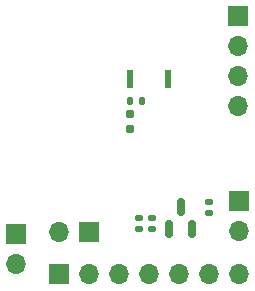
<source format=gbr>
G04 #@! TF.GenerationSoftware,KiCad,Pcbnew,8.0.6-8.0.6-0~ubuntu24.04.1*
G04 #@! TF.CreationDate,2024-10-23T13:15:14+03:00*
G04 #@! TF.ProjectId,imager_ILI9431,696d6167-6572-45f4-994c-49393433312e,rev?*
G04 #@! TF.SameCoordinates,Original*
G04 #@! TF.FileFunction,Soldermask,Bot*
G04 #@! TF.FilePolarity,Negative*
%FSLAX46Y46*%
G04 Gerber Fmt 4.6, Leading zero omitted, Abs format (unit mm)*
G04 Created by KiCad (PCBNEW 8.0.6-8.0.6-0~ubuntu24.04.1) date 2024-10-23 13:15:14*
%MOMM*%
%LPD*%
G01*
G04 APERTURE LIST*
G04 Aperture macros list*
%AMRoundRect*
0 Rectangle with rounded corners*
0 $1 Rounding radius*
0 $2 $3 $4 $5 $6 $7 $8 $9 X,Y pos of 4 corners*
0 Add a 4 corners polygon primitive as box body*
4,1,4,$2,$3,$4,$5,$6,$7,$8,$9,$2,$3,0*
0 Add four circle primitives for the rounded corners*
1,1,$1+$1,$2,$3*
1,1,$1+$1,$4,$5*
1,1,$1+$1,$6,$7*
1,1,$1+$1,$8,$9*
0 Add four rect primitives between the rounded corners*
20,1,$1+$1,$2,$3,$4,$5,0*
20,1,$1+$1,$4,$5,$6,$7,0*
20,1,$1+$1,$6,$7,$8,$9,0*
20,1,$1+$1,$8,$9,$2,$3,0*%
G04 Aperture macros list end*
%ADD10R,1.700000X1.700000*%
%ADD11O,1.700000X1.700000*%
%ADD12RoundRect,0.150000X0.150000X-0.587500X0.150000X0.587500X-0.150000X0.587500X-0.150000X-0.587500X0*%
%ADD13RoundRect,0.140000X-0.170000X0.140000X-0.170000X-0.140000X0.170000X-0.140000X0.170000X0.140000X0*%
%ADD14RoundRect,0.140000X0.170000X-0.140000X0.170000X0.140000X-0.170000X0.140000X-0.170000X-0.140000X0*%
%ADD15R,0.550000X1.500000*%
%ADD16RoundRect,0.160000X0.160000X-0.197500X0.160000X0.197500X-0.160000X0.197500X-0.160000X-0.197500X0*%
%ADD17RoundRect,0.140000X-0.140000X-0.170000X0.140000X-0.170000X0.140000X0.170000X-0.140000X0.170000X0*%
G04 APERTURE END LIST*
D10*
X94530000Y-112675000D03*
D11*
X94530000Y-115215000D03*
D10*
X113370000Y-109945000D03*
D11*
X113370000Y-112485000D03*
D10*
X98180000Y-116090000D03*
D11*
X100720000Y-116090000D03*
X103260000Y-116090000D03*
X105800000Y-116090000D03*
X108340000Y-116090000D03*
X110880000Y-116090000D03*
X113420000Y-116090000D03*
D10*
X100730000Y-112520000D03*
D11*
X98190000Y-112520000D03*
D10*
X113300000Y-94280000D03*
D11*
X113300000Y-96820000D03*
X113300000Y-99360000D03*
X113300000Y-101900000D03*
D12*
X109402500Y-112297500D03*
X107502500Y-112297500D03*
X108452500Y-110422500D03*
D13*
X110900000Y-110000000D03*
X110900000Y-110960000D03*
D14*
X104970000Y-112300000D03*
X104970000Y-111340000D03*
X106050000Y-112290000D03*
X106050000Y-111330000D03*
D15*
X107430000Y-99610000D03*
X104180000Y-99610000D03*
D16*
X104180000Y-103777500D03*
X104180000Y-102582500D03*
D17*
X104190000Y-101420000D03*
X105150000Y-101420000D03*
M02*

</source>
